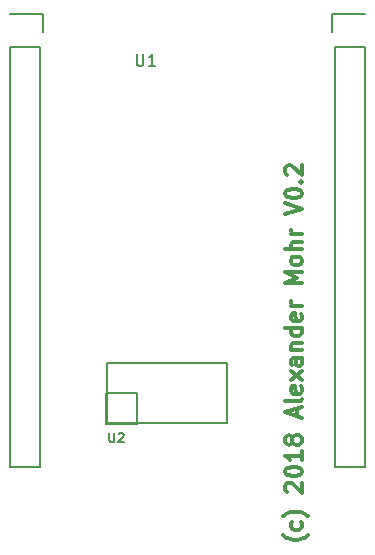
<source format=gto>
G04 #@! TF.GenerationSoftware,KiCad,Pcbnew,(5.0.0-rc2-dev-482-gf81c77cd4)*
G04 #@! TF.CreationDate,2018-08-02T20:03:37+02:00*
G04 #@! TF.ProjectId,ha_plattform,68615F706C617474666F726D2E6B6963,rev?*
G04 #@! TF.SameCoordinates,Original*
G04 #@! TF.FileFunction,Legend,Top*
G04 #@! TF.FilePolarity,Positive*
%FSLAX46Y46*%
G04 Gerber Fmt 4.6, Leading zero omitted, Abs format (unit mm)*
G04 Created by KiCad (PCBNEW (5.0.0-rc2-dev-482-gf81c77cd4)) date Thu Aug  2 20:03:37 2018*
%MOMM*%
%LPD*%
G01*
G04 APERTURE LIST*
%ADD10C,0.300000*%
%ADD11C,0.150000*%
%ADD12C,0.160000*%
G04 APERTURE END LIST*
D10*
X45756666Y-73183333D02*
X45690000Y-73250000D01*
X45490000Y-73383333D01*
X45356666Y-73450000D01*
X45156666Y-73516666D01*
X44823333Y-73583333D01*
X44556666Y-73583333D01*
X44223333Y-73516666D01*
X44023333Y-73450000D01*
X43890000Y-73383333D01*
X43690000Y-73250000D01*
X43623333Y-73183333D01*
X45156666Y-72050000D02*
X45223333Y-72183333D01*
X45223333Y-72450000D01*
X45156666Y-72583333D01*
X45090000Y-72650000D01*
X44956666Y-72716666D01*
X44556666Y-72716666D01*
X44423333Y-72650000D01*
X44356666Y-72583333D01*
X44290000Y-72450000D01*
X44290000Y-72183333D01*
X44356666Y-72050000D01*
X45756666Y-71583333D02*
X45690000Y-71516666D01*
X45490000Y-71383333D01*
X45356666Y-71316666D01*
X45156666Y-71250000D01*
X44823333Y-71183333D01*
X44556666Y-71183333D01*
X44223333Y-71250000D01*
X44023333Y-71316666D01*
X43890000Y-71383333D01*
X43690000Y-71516666D01*
X43623333Y-71583333D01*
X43956666Y-69516666D02*
X43890000Y-69450000D01*
X43823333Y-69316666D01*
X43823333Y-68983333D01*
X43890000Y-68850000D01*
X43956666Y-68783333D01*
X44090000Y-68716666D01*
X44223333Y-68716666D01*
X44423333Y-68783333D01*
X45223333Y-69583333D01*
X45223333Y-68716666D01*
X43823333Y-67850000D02*
X43823333Y-67716666D01*
X43890000Y-67583333D01*
X43956666Y-67516666D01*
X44090000Y-67450000D01*
X44356666Y-67383333D01*
X44690000Y-67383333D01*
X44956666Y-67450000D01*
X45090000Y-67516666D01*
X45156666Y-67583333D01*
X45223333Y-67716666D01*
X45223333Y-67850000D01*
X45156666Y-67983333D01*
X45090000Y-68050000D01*
X44956666Y-68116666D01*
X44690000Y-68183333D01*
X44356666Y-68183333D01*
X44090000Y-68116666D01*
X43956666Y-68050000D01*
X43890000Y-67983333D01*
X43823333Y-67850000D01*
X45223333Y-66050000D02*
X45223333Y-66850000D01*
X45223333Y-66450000D02*
X43823333Y-66450000D01*
X44023333Y-66583333D01*
X44156666Y-66716666D01*
X44223333Y-66850000D01*
X44423333Y-65250000D02*
X44356666Y-65383333D01*
X44290000Y-65450000D01*
X44156666Y-65516666D01*
X44090000Y-65516666D01*
X43956666Y-65450000D01*
X43890000Y-65383333D01*
X43823333Y-65250000D01*
X43823333Y-64983333D01*
X43890000Y-64850000D01*
X43956666Y-64783333D01*
X44090000Y-64716666D01*
X44156666Y-64716666D01*
X44290000Y-64783333D01*
X44356666Y-64850000D01*
X44423333Y-64983333D01*
X44423333Y-65250000D01*
X44490000Y-65383333D01*
X44556666Y-65450000D01*
X44690000Y-65516666D01*
X44956666Y-65516666D01*
X45090000Y-65450000D01*
X45156666Y-65383333D01*
X45223333Y-65250000D01*
X45223333Y-64983333D01*
X45156666Y-64850000D01*
X45090000Y-64783333D01*
X44956666Y-64716666D01*
X44690000Y-64716666D01*
X44556666Y-64783333D01*
X44490000Y-64850000D01*
X44423333Y-64983333D01*
X44823333Y-63116666D02*
X44823333Y-62450000D01*
X45223333Y-63250000D02*
X43823333Y-62783333D01*
X45223333Y-62316666D01*
X45223333Y-61650000D02*
X45156666Y-61783333D01*
X45023333Y-61850000D01*
X43823333Y-61850000D01*
X45156666Y-60583333D02*
X45223333Y-60716666D01*
X45223333Y-60983333D01*
X45156666Y-61116666D01*
X45023333Y-61183333D01*
X44490000Y-61183333D01*
X44356666Y-61116666D01*
X44290000Y-60983333D01*
X44290000Y-60716666D01*
X44356666Y-60583333D01*
X44490000Y-60516666D01*
X44623333Y-60516666D01*
X44756666Y-61183333D01*
X45223333Y-60050000D02*
X44290000Y-59316666D01*
X44290000Y-60050000D02*
X45223333Y-59316666D01*
X45223333Y-58183333D02*
X44490000Y-58183333D01*
X44356666Y-58250000D01*
X44290000Y-58383333D01*
X44290000Y-58650000D01*
X44356666Y-58783333D01*
X45156666Y-58183333D02*
X45223333Y-58316666D01*
X45223333Y-58650000D01*
X45156666Y-58783333D01*
X45023333Y-58850000D01*
X44890000Y-58850000D01*
X44756666Y-58783333D01*
X44690000Y-58650000D01*
X44690000Y-58316666D01*
X44623333Y-58183333D01*
X44290000Y-57516666D02*
X45223333Y-57516666D01*
X44423333Y-57516666D02*
X44356666Y-57450000D01*
X44290000Y-57316666D01*
X44290000Y-57116666D01*
X44356666Y-56983333D01*
X44490000Y-56916666D01*
X45223333Y-56916666D01*
X45223333Y-55650000D02*
X43823333Y-55650000D01*
X45156666Y-55650000D02*
X45223333Y-55783333D01*
X45223333Y-56050000D01*
X45156666Y-56183333D01*
X45090000Y-56250000D01*
X44956666Y-56316666D01*
X44556666Y-56316666D01*
X44423333Y-56250000D01*
X44356666Y-56183333D01*
X44290000Y-56050000D01*
X44290000Y-55783333D01*
X44356666Y-55650000D01*
X45156666Y-54450000D02*
X45223333Y-54583333D01*
X45223333Y-54850000D01*
X45156666Y-54983333D01*
X45023333Y-55050000D01*
X44490000Y-55050000D01*
X44356666Y-54983333D01*
X44290000Y-54850000D01*
X44290000Y-54583333D01*
X44356666Y-54450000D01*
X44490000Y-54383333D01*
X44623333Y-54383333D01*
X44756666Y-55050000D01*
X45223333Y-53783333D02*
X44290000Y-53783333D01*
X44556666Y-53783333D02*
X44423333Y-53716666D01*
X44356666Y-53650000D01*
X44290000Y-53516666D01*
X44290000Y-53383333D01*
X45223333Y-51850000D02*
X43823333Y-51850000D01*
X44823333Y-51383333D01*
X43823333Y-50916666D01*
X45223333Y-50916666D01*
X45223333Y-50050000D02*
X45156666Y-50183333D01*
X45090000Y-50250000D01*
X44956666Y-50316666D01*
X44556666Y-50316666D01*
X44423333Y-50250000D01*
X44356666Y-50183333D01*
X44290000Y-50050000D01*
X44290000Y-49850000D01*
X44356666Y-49716666D01*
X44423333Y-49650000D01*
X44556666Y-49583333D01*
X44956666Y-49583333D01*
X45090000Y-49650000D01*
X45156666Y-49716666D01*
X45223333Y-49850000D01*
X45223333Y-50050000D01*
X45223333Y-48983333D02*
X43823333Y-48983333D01*
X45223333Y-48383333D02*
X44490000Y-48383333D01*
X44356666Y-48450000D01*
X44290000Y-48583333D01*
X44290000Y-48783333D01*
X44356666Y-48916666D01*
X44423333Y-48983333D01*
X45223333Y-47716666D02*
X44290000Y-47716666D01*
X44556666Y-47716666D02*
X44423333Y-47650000D01*
X44356666Y-47583333D01*
X44290000Y-47450000D01*
X44290000Y-47316666D01*
X43823333Y-45983333D02*
X45223333Y-45516666D01*
X43823333Y-45050000D01*
X43823333Y-44316666D02*
X43823333Y-44183333D01*
X43890000Y-44050000D01*
X43956666Y-43983333D01*
X44090000Y-43916666D01*
X44356666Y-43850000D01*
X44690000Y-43850000D01*
X44956666Y-43916666D01*
X45090000Y-43983333D01*
X45156666Y-44050000D01*
X45223333Y-44183333D01*
X45223333Y-44316666D01*
X45156666Y-44450000D01*
X45090000Y-44516666D01*
X44956666Y-44583333D01*
X44690000Y-44650000D01*
X44356666Y-44650000D01*
X44090000Y-44583333D01*
X43956666Y-44516666D01*
X43890000Y-44450000D01*
X43823333Y-44316666D01*
X45090000Y-43250000D02*
X45156666Y-43183333D01*
X45223333Y-43250000D01*
X45156666Y-43316666D01*
X45090000Y-43250000D01*
X45223333Y-43250000D01*
X43956666Y-42650000D02*
X43890000Y-42583333D01*
X43823333Y-42450000D01*
X43823333Y-42116666D01*
X43890000Y-41983333D01*
X43956666Y-41916666D01*
X44090000Y-41850000D01*
X44223333Y-41850000D01*
X44423333Y-41916666D01*
X45223333Y-42716666D01*
X45223333Y-41850000D01*
D11*
X47785900Y-29026600D02*
X50567800Y-29027200D01*
X47747800Y-30576600D02*
X47747800Y-29026600D01*
X50567800Y-31846600D02*
X48027800Y-31846600D01*
X48027800Y-31846600D02*
X48027800Y-67406600D01*
X48027800Y-67406600D02*
X50567800Y-67406600D01*
X50567800Y-67406600D02*
X50567800Y-31846600D01*
X20506900Y-31846600D02*
X20506900Y-67406600D01*
X20506900Y-67406600D02*
X23046900Y-67406600D01*
X23046900Y-67406600D02*
X23046900Y-31846600D01*
X23326900Y-29026600D02*
X23326900Y-30576600D01*
X23046900Y-31846600D02*
X20506900Y-31846600D01*
X20494200Y-29027200D02*
X23326900Y-29026600D01*
X31284000Y-63793000D02*
X28617000Y-63793000D01*
X28617000Y-63793000D02*
X28617000Y-61126000D01*
X36364000Y-63666000D02*
X38904000Y-63666000D01*
X38904000Y-63666000D02*
X38904000Y-61126000D01*
X31284000Y-63666000D02*
X31284000Y-61126000D01*
X31284000Y-61126000D02*
X28744000Y-61126000D01*
X36364000Y-63666000D02*
X28744000Y-63666000D01*
X28744000Y-63666000D02*
X28744000Y-58586000D01*
X28744000Y-58586000D02*
X38904000Y-58586000D01*
X38904000Y-58586000D02*
X38904000Y-61126000D01*
X31238495Y-32421980D02*
X31238495Y-33231504D01*
X31286114Y-33326742D01*
X31333733Y-33374361D01*
X31428971Y-33421980D01*
X31619447Y-33421980D01*
X31714685Y-33374361D01*
X31762304Y-33326742D01*
X31809923Y-33231504D01*
X31809923Y-32421980D01*
X32809923Y-33421980D02*
X32238495Y-33421980D01*
X32524209Y-33421980D02*
X32524209Y-32421980D01*
X32428971Y-32564838D01*
X32333733Y-32660076D01*
X32238495Y-32707695D01*
D12*
X28896476Y-64497904D02*
X28896476Y-65145523D01*
X28934571Y-65221714D01*
X28972666Y-65259809D01*
X29048857Y-65297904D01*
X29201238Y-65297904D01*
X29277428Y-65259809D01*
X29315523Y-65221714D01*
X29353619Y-65145523D01*
X29353619Y-64497904D01*
X29696476Y-64574095D02*
X29734571Y-64536000D01*
X29810761Y-64497904D01*
X30001238Y-64497904D01*
X30077428Y-64536000D01*
X30115523Y-64574095D01*
X30153619Y-64650285D01*
X30153619Y-64726476D01*
X30115523Y-64840761D01*
X29658380Y-65297904D01*
X30153619Y-65297904D01*
M02*

</source>
